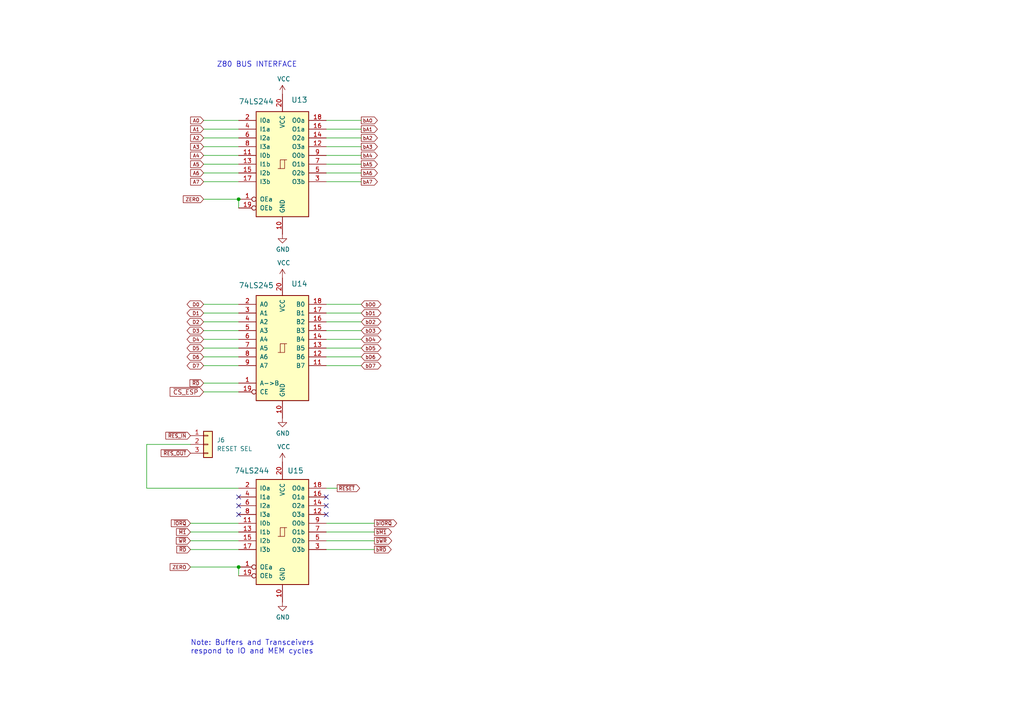
<source format=kicad_sch>
(kicad_sch (version 20211123) (generator eeschema)

  (uuid a150c93d-afbd-4852-9cea-e13a4c25a62b)

  (paper "A4")

  (title_block
    (title "Dual ESP32 IO")
    (date "2023-09-05")
    (rev "V1.2")
    (comment 1 "By Dan Werner, GAL modifications by Andrew Lynch")
  )

  (lib_symbols
    (symbol "74xx:74LS244" (pin_names (offset 1.016)) (in_bom yes) (on_board yes)
      (property "Reference" "U" (id 0) (at -7.62 16.51 0)
        (effects (font (size 1.27 1.27)))
      )
      (property "Value" "74LS244" (id 1) (at -7.62 -16.51 0)
        (effects (font (size 1.27 1.27)))
      )
      (property "Footprint" "" (id 2) (at 0 0 0)
        (effects (font (size 1.27 1.27)) hide)
      )
      (property "Datasheet" "http://www.ti.com/lit/ds/symlink/sn74ls244.pdf" (id 3) (at 0 0 0)
        (effects (font (size 1.27 1.27)) hide)
      )
      (property "ki_keywords" "7400 logic ttl low power schottky" (id 4) (at 0 0 0)
        (effects (font (size 1.27 1.27)) hide)
      )
      (property "ki_description" "Octal Buffer and Line Driver With 3-State Output, active-low enables, non-inverting outputs" (id 5) (at 0 0 0)
        (effects (font (size 1.27 1.27)) hide)
      )
      (property "ki_fp_filters" "DIP?20*" (id 6) (at 0 0 0)
        (effects (font (size 1.27 1.27)) hide)
      )
      (symbol "74LS244_1_0"
        (polyline
          (pts
            (xy -0.635 -1.27)
            (xy -0.635 1.27)
            (xy 0.635 1.27)
          )
          (stroke (width 0) (type default) (color 0 0 0 0))
          (fill (type none))
        )
        (polyline
          (pts
            (xy -1.27 -1.27)
            (xy 0.635 -1.27)
            (xy 0.635 1.27)
            (xy 1.27 1.27)
          )
          (stroke (width 0) (type default) (color 0 0 0 0))
          (fill (type none))
        )
        (pin input inverted (at -12.7 -10.16 0) (length 5.08)
          (name "OEa" (effects (font (size 1.27 1.27))))
          (number "1" (effects (font (size 1.27 1.27))))
        )
        (pin power_in line (at 0 -20.32 90) (length 5.08)
          (name "GND" (effects (font (size 1.27 1.27))))
          (number "10" (effects (font (size 1.27 1.27))))
        )
        (pin input line (at -12.7 2.54 0) (length 5.08)
          (name "I0b" (effects (font (size 1.27 1.27))))
          (number "11" (effects (font (size 1.27 1.27))))
        )
        (pin tri_state line (at 12.7 5.08 180) (length 5.08)
          (name "O3a" (effects (font (size 1.27 1.27))))
          (number "12" (effects (font (size 1.27 1.27))))
        )
        (pin input line (at -12.7 0 0) (length 5.08)
          (name "I1b" (effects (font (size 1.27 1.27))))
          (number "13" (effects (font (size 1.27 1.27))))
        )
        (pin tri_state line (at 12.7 7.62 180) (length 5.08)
          (name "O2a" (effects (font (size 1.27 1.27))))
          (number "14" (effects (font (size 1.27 1.27))))
        )
        (pin input line (at -12.7 -2.54 0) (length 5.08)
          (name "I2b" (effects (font (size 1.27 1.27))))
          (number "15" (effects (font (size 1.27 1.27))))
        )
        (pin tri_state line (at 12.7 10.16 180) (length 5.08)
          (name "O1a" (effects (font (size 1.27 1.27))))
          (number "16" (effects (font (size 1.27 1.27))))
        )
        (pin input line (at -12.7 -5.08 0) (length 5.08)
          (name "I3b" (effects (font (size 1.27 1.27))))
          (number "17" (effects (font (size 1.27 1.27))))
        )
        (pin tri_state line (at 12.7 12.7 180) (length 5.08)
          (name "O0a" (effects (font (size 1.27 1.27))))
          (number "18" (effects (font (size 1.27 1.27))))
        )
        (pin input inverted (at -12.7 -12.7 0) (length 5.08)
          (name "OEb" (effects (font (size 1.27 1.27))))
          (number "19" (effects (font (size 1.27 1.27))))
        )
        (pin input line (at -12.7 12.7 0) (length 5.08)
          (name "I0a" (effects (font (size 1.27 1.27))))
          (number "2" (effects (font (size 1.27 1.27))))
        )
        (pin power_in line (at 0 20.32 270) (length 5.08)
          (name "VCC" (effects (font (size 1.27 1.27))))
          (number "20" (effects (font (size 1.27 1.27))))
        )
        (pin tri_state line (at 12.7 -5.08 180) (length 5.08)
          (name "O3b" (effects (font (size 1.27 1.27))))
          (number "3" (effects (font (size 1.27 1.27))))
        )
        (pin input line (at -12.7 10.16 0) (length 5.08)
          (name "I1a" (effects (font (size 1.27 1.27))))
          (number "4" (effects (font (size 1.27 1.27))))
        )
        (pin tri_state line (at 12.7 -2.54 180) (length 5.08)
          (name "O2b" (effects (font (size 1.27 1.27))))
          (number "5" (effects (font (size 1.27 1.27))))
        )
        (pin input line (at -12.7 7.62 0) (length 5.08)
          (name "I2a" (effects (font (size 1.27 1.27))))
          (number "6" (effects (font (size 1.27 1.27))))
        )
        (pin tri_state line (at 12.7 0 180) (length 5.08)
          (name "O1b" (effects (font (size 1.27 1.27))))
          (number "7" (effects (font (size 1.27 1.27))))
        )
        (pin input line (at -12.7 5.08 0) (length 5.08)
          (name "I3a" (effects (font (size 1.27 1.27))))
          (number "8" (effects (font (size 1.27 1.27))))
        )
        (pin tri_state line (at 12.7 2.54 180) (length 5.08)
          (name "O0b" (effects (font (size 1.27 1.27))))
          (number "9" (effects (font (size 1.27 1.27))))
        )
      )
      (symbol "74LS244_1_1"
        (rectangle (start -7.62 15.24) (end 7.62 -15.24)
          (stroke (width 0.254) (type default) (color 0 0 0 0))
          (fill (type background))
        )
      )
    )
    (symbol "74xx:74LS245" (pin_names (offset 1.016)) (in_bom yes) (on_board yes)
      (property "Reference" "U" (id 0) (at -7.62 16.51 0)
        (effects (font (size 1.27 1.27)))
      )
      (property "Value" "74LS245" (id 1) (at -7.62 -16.51 0)
        (effects (font (size 1.27 1.27)))
      )
      (property "Footprint" "" (id 2) (at 0 0 0)
        (effects (font (size 1.27 1.27)) hide)
      )
      (property "Datasheet" "http://www.ti.com/lit/gpn/sn74LS245" (id 3) (at 0 0 0)
        (effects (font (size 1.27 1.27)) hide)
      )
      (property "ki_locked" "" (id 4) (at 0 0 0)
        (effects (font (size 1.27 1.27)))
      )
      (property "ki_keywords" "TTL BUS 3State" (id 5) (at 0 0 0)
        (effects (font (size 1.27 1.27)) hide)
      )
      (property "ki_description" "Octal BUS Transceivers, 3-State outputs" (id 6) (at 0 0 0)
        (effects (font (size 1.27 1.27)) hide)
      )
      (property "ki_fp_filters" "DIP?20*" (id 7) (at 0 0 0)
        (effects (font (size 1.27 1.27)) hide)
      )
      (symbol "74LS245_1_0"
        (polyline
          (pts
            (xy -0.635 -1.27)
            (xy -0.635 1.27)
            (xy 0.635 1.27)
          )
          (stroke (width 0) (type default) (color 0 0 0 0))
          (fill (type none))
        )
        (polyline
          (pts
            (xy -1.27 -1.27)
            (xy 0.635 -1.27)
            (xy 0.635 1.27)
            (xy 1.27 1.27)
          )
          (stroke (width 0) (type default) (color 0 0 0 0))
          (fill (type none))
        )
        (pin input line (at -12.7 -10.16 0) (length 5.08)
          (name "A->B" (effects (font (size 1.27 1.27))))
          (number "1" (effects (font (size 1.27 1.27))))
        )
        (pin power_in line (at 0 -20.32 90) (length 5.08)
          (name "GND" (effects (font (size 1.27 1.27))))
          (number "10" (effects (font (size 1.27 1.27))))
        )
        (pin tri_state line (at 12.7 -5.08 180) (length 5.08)
          (name "B7" (effects (font (size 1.27 1.27))))
          (number "11" (effects (font (size 1.27 1.27))))
        )
        (pin tri_state line (at 12.7 -2.54 180) (length 5.08)
          (name "B6" (effects (font (size 1.27 1.27))))
          (number "12" (effects (font (size 1.27 1.27))))
        )
        (pin tri_state line (at 12.7 0 180) (length 5.08)
          (name "B5" (effects (font (size 1.27 1.27))))
          (number "13" (effects (font (size 1.27 1.27))))
        )
        (pin tri_state line (at 12.7 2.54 180) (length 5.08)
          (name "B4" (effects (font (size 1.27 1.27))))
          (number "14" (effects (font (size 1.27 1.27))))
        )
        (pin tri_state line (at 12.7 5.08 180) (length 5.08)
          (name "B3" (effects (font (size 1.27 1.27))))
          (number "15" (effects (font (size 1.27 1.27))))
        )
        (pin tri_state line (at 12.7 7.62 180) (length 5.08)
          (name "B2" (effects (font (size 1.27 1.27))))
          (number "16" (effects (font (size 1.27 1.27))))
        )
        (pin tri_state line (at 12.7 10.16 180) (length 5.08)
          (name "B1" (effects (font (size 1.27 1.27))))
          (number "17" (effects (font (size 1.27 1.27))))
        )
        (pin tri_state line (at 12.7 12.7 180) (length 5.08)
          (name "B0" (effects (font (size 1.27 1.27))))
          (number "18" (effects (font (size 1.27 1.27))))
        )
        (pin input inverted (at -12.7 -12.7 0) (length 5.08)
          (name "CE" (effects (font (size 1.27 1.27))))
          (number "19" (effects (font (size 1.27 1.27))))
        )
        (pin tri_state line (at -12.7 12.7 0) (length 5.08)
          (name "A0" (effects (font (size 1.27 1.27))))
          (number "2" (effects (font (size 1.27 1.27))))
        )
        (pin power_in line (at 0 20.32 270) (length 5.08)
          (name "VCC" (effects (font (size 1.27 1.27))))
          (number "20" (effects (font (size 1.27 1.27))))
        )
        (pin tri_state line (at -12.7 10.16 0) (length 5.08)
          (name "A1" (effects (font (size 1.27 1.27))))
          (number "3" (effects (font (size 1.27 1.27))))
        )
        (pin tri_state line (at -12.7 7.62 0) (length 5.08)
          (name "A2" (effects (font (size 1.27 1.27))))
          (number "4" (effects (font (size 1.27 1.27))))
        )
        (pin tri_state line (at -12.7 5.08 0) (length 5.08)
          (name "A3" (effects (font (size 1.27 1.27))))
          (number "5" (effects (font (size 1.27 1.27))))
        )
        (pin tri_state line (at -12.7 2.54 0) (length 5.08)
          (name "A4" (effects (font (size 1.27 1.27))))
          (number "6" (effects (font (size 1.27 1.27))))
        )
        (pin tri_state line (at -12.7 0 0) (length 5.08)
          (name "A5" (effects (font (size 1.27 1.27))))
          (number "7" (effects (font (size 1.27 1.27))))
        )
        (pin tri_state line (at -12.7 -2.54 0) (length 5.08)
          (name "A6" (effects (font (size 1.27 1.27))))
          (number "8" (effects (font (size 1.27 1.27))))
        )
        (pin tri_state line (at -12.7 -5.08 0) (length 5.08)
          (name "A7" (effects (font (size 1.27 1.27))))
          (number "9" (effects (font (size 1.27 1.27))))
        )
      )
      (symbol "74LS245_1_1"
        (rectangle (start -7.62 15.24) (end 7.62 -15.24)
          (stroke (width 0.254) (type default) (color 0 0 0 0))
          (fill (type background))
        )
      )
    )
    (symbol "Connector_Generic:Conn_01x03" (pin_names (offset 1.016) hide) (in_bom yes) (on_board yes)
      (property "Reference" "J" (id 0) (at 0 5.08 0)
        (effects (font (size 1.27 1.27)))
      )
      (property "Value" "Conn_01x03" (id 1) (at 0 -5.08 0)
        (effects (font (size 1.27 1.27)))
      )
      (property "Footprint" "" (id 2) (at 0 0 0)
        (effects (font (size 1.27 1.27)) hide)
      )
      (property "Datasheet" "~" (id 3) (at 0 0 0)
        (effects (font (size 1.27 1.27)) hide)
      )
      (property "ki_keywords" "connector" (id 4) (at 0 0 0)
        (effects (font (size 1.27 1.27)) hide)
      )
      (property "ki_description" "Generic connector, single row, 01x03, script generated (kicad-library-utils/schlib/autogen/connector/)" (id 5) (at 0 0 0)
        (effects (font (size 1.27 1.27)) hide)
      )
      (property "ki_fp_filters" "Connector*:*_1x??_*" (id 6) (at 0 0 0)
        (effects (font (size 1.27 1.27)) hide)
      )
      (symbol "Conn_01x03_1_1"
        (rectangle (start -1.27 -2.413) (end 0 -2.667)
          (stroke (width 0.1524) (type default) (color 0 0 0 0))
          (fill (type none))
        )
        (rectangle (start -1.27 0.127) (end 0 -0.127)
          (stroke (width 0.1524) (type default) (color 0 0 0 0))
          (fill (type none))
        )
        (rectangle (start -1.27 2.667) (end 0 2.413)
          (stroke (width 0.1524) (type default) (color 0 0 0 0))
          (fill (type none))
        )
        (rectangle (start -1.27 3.81) (end 1.27 -3.81)
          (stroke (width 0.254) (type default) (color 0 0 0 0))
          (fill (type background))
        )
        (pin passive line (at -5.08 2.54 0) (length 3.81)
          (name "Pin_1" (effects (font (size 1.27 1.27))))
          (number "1" (effects (font (size 1.27 1.27))))
        )
        (pin passive line (at -5.08 0 0) (length 3.81)
          (name "Pin_2" (effects (font (size 1.27 1.27))))
          (number "2" (effects (font (size 1.27 1.27))))
        )
        (pin passive line (at -5.08 -2.54 0) (length 3.81)
          (name "Pin_3" (effects (font (size 1.27 1.27))))
          (number "3" (effects (font (size 1.27 1.27))))
        )
      )
    )
    (symbol "power:GND" (power) (pin_names (offset 0)) (in_bom yes) (on_board yes)
      (property "Reference" "#PWR" (id 0) (at 0 -6.35 0)
        (effects (font (size 1.27 1.27)) hide)
      )
      (property "Value" "GND" (id 1) (at 0 -3.81 0)
        (effects (font (size 1.27 1.27)))
      )
      (property "Footprint" "" (id 2) (at 0 0 0)
        (effects (font (size 1.27 1.27)) hide)
      )
      (property "Datasheet" "" (id 3) (at 0 0 0)
        (effects (font (size 1.27 1.27)) hide)
      )
      (property "ki_keywords" "global power" (id 4) (at 0 0 0)
        (effects (font (size 1.27 1.27)) hide)
      )
      (property "ki_description" "Power symbol creates a global label with name \"GND\" , ground" (id 5) (at 0 0 0)
        (effects (font (size 1.27 1.27)) hide)
      )
      (symbol "GND_0_1"
        (polyline
          (pts
            (xy 0 0)
            (xy 0 -1.27)
            (xy 1.27 -1.27)
            (xy 0 -2.54)
            (xy -1.27 -1.27)
            (xy 0 -1.27)
          )
          (stroke (width 0) (type default) (color 0 0 0 0))
          (fill (type none))
        )
      )
      (symbol "GND_1_1"
        (pin power_in line (at 0 0 270) (length 0) hide
          (name "GND" (effects (font (size 1.27 1.27))))
          (number "1" (effects (font (size 1.27 1.27))))
        )
      )
    )
    (symbol "power:VCC" (power) (pin_names (offset 0)) (in_bom yes) (on_board yes)
      (property "Reference" "#PWR" (id 0) (at 0 -3.81 0)
        (effects (font (size 1.27 1.27)) hide)
      )
      (property "Value" "VCC" (id 1) (at 0 3.81 0)
        (effects (font (size 1.27 1.27)))
      )
      (property "Footprint" "" (id 2) (at 0 0 0)
        (effects (font (size 1.27 1.27)) hide)
      )
      (property "Datasheet" "" (id 3) (at 0 0 0)
        (effects (font (size 1.27 1.27)) hide)
      )
      (property "ki_keywords" "global power" (id 4) (at 0 0 0)
        (effects (font (size 1.27 1.27)) hide)
      )
      (property "ki_description" "Power symbol creates a global label with name \"VCC\"" (id 5) (at 0 0 0)
        (effects (font (size 1.27 1.27)) hide)
      )
      (symbol "VCC_0_1"
        (polyline
          (pts
            (xy -0.762 1.27)
            (xy 0 2.54)
          )
          (stroke (width 0) (type default) (color 0 0 0 0))
          (fill (type none))
        )
        (polyline
          (pts
            (xy 0 0)
            (xy 0 2.54)
          )
          (stroke (width 0) (type default) (color 0 0 0 0))
          (fill (type none))
        )
        (polyline
          (pts
            (xy 0 2.54)
            (xy 0.762 1.27)
          )
          (stroke (width 0) (type default) (color 0 0 0 0))
          (fill (type none))
        )
      )
      (symbol "VCC_1_1"
        (pin power_in line (at 0 0 90) (length 0) hide
          (name "VCC" (effects (font (size 1.27 1.27))))
          (number "1" (effects (font (size 1.27 1.27))))
        )
      )
    )
  )

  (junction (at 69.215 57.785) (diameter 0) (color 0 0 0 0)
    (uuid 940ecbae-56d6-43be-8053-23b20d9f8307)
  )
  (junction (at 69.215 164.465) (diameter 0) (color 0 0 0 0)
    (uuid ec194f54-52c3-410c-adb7-eb6317f36d10)
  )

  (no_connect (at 94.615 144.145) (uuid 1e813506-8a47-48dd-8c56-021e0c65116f))
  (no_connect (at 69.215 146.685) (uuid 22b4b00b-ed94-472c-b695-8fe0881b7beb))
  (no_connect (at 69.215 144.145) (uuid 478bec85-6bae-4eaf-a118-d1c2b7e44f59))
  (no_connect (at 94.615 146.685) (uuid 70b9b17f-0e4f-47c4-953e-a89e7536e39d))
  (no_connect (at 69.215 149.225) (uuid 9e6fde63-8e09-45f1-b957-0dc012a73bca))
  (no_connect (at 94.615 149.225) (uuid a19a2a7d-0ad0-425f-a894-563be7efa4cf))

  (wire (pts (xy 59.055 95.885) (xy 69.215 95.885))
    (stroke (width 0) (type default) (color 0 0 0 0))
    (uuid 00e6a4d1-1a5b-4715-9aba-0e0e78758e50)
  )
  (wire (pts (xy 59.055 111.125) (xy 69.215 111.125))
    (stroke (width 0) (type default) (color 0 0 0 0))
    (uuid 0349af71-4bdb-4361-817c-4cca9a5c1dea)
  )
  (wire (pts (xy 94.615 93.345) (xy 104.775 93.345))
    (stroke (width 0) (type default) (color 0 0 0 0))
    (uuid 056d8058-35b3-4164-b497-544349fce931)
  )
  (wire (pts (xy 59.055 100.965) (xy 69.215 100.965))
    (stroke (width 0) (type default) (color 0 0 0 0))
    (uuid 086f8617-a8ca-4db2-bc43-6d2872b93708)
  )
  (wire (pts (xy 59.055 42.545) (xy 69.215 42.545))
    (stroke (width 0) (type default) (color 0 0 0 0))
    (uuid 0bcad565-3dca-4339-8b00-6b753e2b1349)
  )
  (wire (pts (xy 94.615 103.505) (xy 104.775 103.505))
    (stroke (width 0) (type default) (color 0 0 0 0))
    (uuid 12d6d711-04ca-40f6-b37c-011b20484cd4)
  )
  (wire (pts (xy 59.055 37.465) (xy 69.215 37.465))
    (stroke (width 0) (type default) (color 0 0 0 0))
    (uuid 14453834-a95d-411f-9dd2-625110d76890)
  )
  (wire (pts (xy 94.615 156.845) (xy 108.585 156.845))
    (stroke (width 0) (type default) (color 0 0 0 0))
    (uuid 1d5f805e-fb24-491f-8a87-b1f7d0d524ba)
  )
  (wire (pts (xy 94.615 95.885) (xy 104.775 95.885))
    (stroke (width 0) (type default) (color 0 0 0 0))
    (uuid 25465bf9-cecb-4425-80da-f0d1cac350f4)
  )
  (wire (pts (xy 94.615 40.005) (xy 104.775 40.005))
    (stroke (width 0) (type default) (color 0 0 0 0))
    (uuid 2651d484-aabf-47c2-a4eb-1607ac181aba)
  )
  (wire (pts (xy 42.545 128.905) (xy 42.545 141.605))
    (stroke (width 0) (type default) (color 0 0 0 0))
    (uuid 2903c6b9-a512-47ea-9ccb-39b2191eb00d)
  )
  (wire (pts (xy 94.615 42.545) (xy 104.775 42.545))
    (stroke (width 0) (type default) (color 0 0 0 0))
    (uuid 2eae0a6b-7e31-4805-bccb-054f6e9e39e7)
  )
  (wire (pts (xy 94.615 154.305) (xy 108.585 154.305))
    (stroke (width 0) (type default) (color 0 0 0 0))
    (uuid 32a254b8-8b9a-4dbe-a700-f7820f00497e)
  )
  (wire (pts (xy 94.615 100.965) (xy 104.775 100.965))
    (stroke (width 0) (type default) (color 0 0 0 0))
    (uuid 3704d750-d87f-4721-8488-0eb12edb6b55)
  )
  (wire (pts (xy 69.215 60.325) (xy 69.215 57.785))
    (stroke (width 0) (type default) (color 0 0 0 0))
    (uuid 3b1b18ae-e291-4083-9d40-22ae378ffbad)
  )
  (wire (pts (xy 94.615 159.385) (xy 108.585 159.385))
    (stroke (width 0) (type default) (color 0 0 0 0))
    (uuid 3f9e326f-d1e8-4e9c-8815-8351df03f903)
  )
  (wire (pts (xy 59.055 88.265) (xy 69.215 88.265))
    (stroke (width 0) (type default) (color 0 0 0 0))
    (uuid 4dc5bea0-b6f4-4aec-b3c0-0428765634a9)
  )
  (wire (pts (xy 59.055 50.165) (xy 69.215 50.165))
    (stroke (width 0) (type default) (color 0 0 0 0))
    (uuid 4f779b8f-e3c7-4096-a688-3ea29bc96416)
  )
  (wire (pts (xy 59.055 45.085) (xy 69.215 45.085))
    (stroke (width 0) (type default) (color 0 0 0 0))
    (uuid 59b8bebe-4f7f-47c1-afd7-4e313ef5dc38)
  )
  (wire (pts (xy 94.615 52.705) (xy 104.775 52.705))
    (stroke (width 0) (type default) (color 0 0 0 0))
    (uuid 690c65b4-1414-41f1-a266-bd6b90a8b1eb)
  )
  (wire (pts (xy 94.615 141.605) (xy 97.79 141.605))
    (stroke (width 0) (type default) (color 0 0 0 0))
    (uuid 70581582-2def-41bd-bfe1-5d91505debcb)
  )
  (wire (pts (xy 94.615 45.085) (xy 104.775 45.085))
    (stroke (width 0) (type default) (color 0 0 0 0))
    (uuid 75315fb5-3cb6-41e0-8d1b-3add3e8c3c05)
  )
  (wire (pts (xy 55.245 159.385) (xy 69.215 159.385))
    (stroke (width 0) (type default) (color 0 0 0 0))
    (uuid 82149f68-34db-474c-aab8-9c22c4d74e01)
  )
  (wire (pts (xy 59.055 90.805) (xy 69.215 90.805))
    (stroke (width 0) (type default) (color 0 0 0 0))
    (uuid 84530fc4-c751-400a-8ad5-157ee383dda2)
  )
  (wire (pts (xy 94.615 90.805) (xy 104.775 90.805))
    (stroke (width 0) (type default) (color 0 0 0 0))
    (uuid 90658f5f-1248-4b8a-a037-05e7b7c35da3)
  )
  (wire (pts (xy 94.615 34.925) (xy 104.775 34.925))
    (stroke (width 0) (type default) (color 0 0 0 0))
    (uuid 90c5b347-dbfb-4cfe-9d75-d19f62bc480d)
  )
  (wire (pts (xy 59.055 47.625) (xy 69.215 47.625))
    (stroke (width 0) (type default) (color 0 0 0 0))
    (uuid 91f1575d-c610-4222-b631-1068df39e25f)
  )
  (wire (pts (xy 55.245 151.765) (xy 69.215 151.765))
    (stroke (width 0) (type default) (color 0 0 0 0))
    (uuid 922ebf9e-ecf8-4b1b-976a-63b26ef50a4e)
  )
  (wire (pts (xy 94.615 151.765) (xy 108.585 151.765))
    (stroke (width 0) (type default) (color 0 0 0 0))
    (uuid 9f51d47f-521e-4106-abd8-c5e212cac679)
  )
  (wire (pts (xy 59.055 57.785) (xy 69.215 57.785))
    (stroke (width 0) (type default) (color 0 0 0 0))
    (uuid a1acd90c-0501-4f75-adc5-9af7178ae728)
  )
  (wire (pts (xy 94.615 88.265) (xy 104.775 88.265))
    (stroke (width 0) (type default) (color 0 0 0 0))
    (uuid a37fc483-8e39-487e-94b1-8ca080645cf5)
  )
  (wire (pts (xy 59.055 98.425) (xy 69.215 98.425))
    (stroke (width 0) (type default) (color 0 0 0 0))
    (uuid b0627e0d-f87a-4562-b48a-f9025fceedf6)
  )
  (wire (pts (xy 94.615 106.045) (xy 104.775 106.045))
    (stroke (width 0) (type default) (color 0 0 0 0))
    (uuid b077f8e9-e514-42de-a040-c6742146ac0e)
  )
  (wire (pts (xy 59.055 93.345) (xy 69.215 93.345))
    (stroke (width 0) (type default) (color 0 0 0 0))
    (uuid b5686a9d-9a6a-446d-bc85-aad013b9b513)
  )
  (wire (pts (xy 94.615 50.165) (xy 104.775 50.165))
    (stroke (width 0) (type default) (color 0 0 0 0))
    (uuid b6eef278-942e-4121-a2d9-c5b1de9f8f60)
  )
  (wire (pts (xy 94.615 37.465) (xy 104.775 37.465))
    (stroke (width 0) (type default) (color 0 0 0 0))
    (uuid badb036e-da75-4b20-8d7f-d187b5cf0f21)
  )
  (wire (pts (xy 59.055 106.045) (xy 69.215 106.045))
    (stroke (width 0) (type default) (color 0 0 0 0))
    (uuid bbd14609-6d0b-4cfc-a380-4d607517a7e2)
  )
  (wire (pts (xy 55.245 154.305) (xy 69.215 154.305))
    (stroke (width 0) (type default) (color 0 0 0 0))
    (uuid bc231d5c-7aeb-4f9d-aba8-eee1aee56a88)
  )
  (wire (pts (xy 42.545 141.605) (xy 69.215 141.605))
    (stroke (width 0) (type default) (color 0 0 0 0))
    (uuid c025c3f0-2f7d-4014-8d1a-4890db3a0f3f)
  )
  (wire (pts (xy 94.615 47.625) (xy 104.775 47.625))
    (stroke (width 0) (type default) (color 0 0 0 0))
    (uuid c061b02c-5c86-48e7-8364-7d70932b6e9c)
  )
  (wire (pts (xy 69.215 164.465) (xy 69.215 167.005))
    (stroke (width 0) (type default) (color 0 0 0 0))
    (uuid c5eccda0-d169-4b07-8e42-0a7247256219)
  )
  (wire (pts (xy 94.615 98.425) (xy 104.775 98.425))
    (stroke (width 0) (type default) (color 0 0 0 0))
    (uuid ca75b9a8-88ff-4cca-9136-1a44f7ee082d)
  )
  (wire (pts (xy 55.245 156.845) (xy 69.215 156.845))
    (stroke (width 0) (type default) (color 0 0 0 0))
    (uuid cd76de0e-280d-4e66-88eb-98ea543ba834)
  )
  (wire (pts (xy 59.055 40.005) (xy 69.215 40.005))
    (stroke (width 0) (type default) (color 0 0 0 0))
    (uuid d17d395c-becd-479c-8d8b-e94bfeeaf8ea)
  )
  (wire (pts (xy 59.055 113.665) (xy 69.215 113.665))
    (stroke (width 0) (type default) (color 0 0 0 0))
    (uuid d78352b5-d2d4-44ce-8683-3d0a7a59dac3)
  )
  (wire (pts (xy 55.245 164.465) (xy 69.215 164.465))
    (stroke (width 0) (type default) (color 0 0 0 0))
    (uuid ddfc1309-c57b-4465-bb92-a9a9533aefeb)
  )
  (wire (pts (xy 42.545 128.905) (xy 55.245 128.905))
    (stroke (width 0) (type default) (color 0 0 0 0))
    (uuid e4194271-eb6f-4906-9a3a-cc6d8e4b69c8)
  )
  (wire (pts (xy 59.055 34.925) (xy 69.215 34.925))
    (stroke (width 0) (type default) (color 0 0 0 0))
    (uuid ec0462c5-1dd8-4936-ae19-99ddb33cecfe)
  )
  (wire (pts (xy 59.055 103.505) (xy 69.215 103.505))
    (stroke (width 0) (type default) (color 0 0 0 0))
    (uuid f117fe2d-8636-49f8-bdf9-c5176210e1b6)
  )
  (wire (pts (xy 59.055 52.705) (xy 69.215 52.705))
    (stroke (width 0) (type default) (color 0 0 0 0))
    (uuid fe5f627e-fadf-4dc9-916b-3f41e469023c)
  )

  (text "Note: Buffers and Transceivers\nrespond to IO and MEM cycles"
    (at 55.245 189.865 0)
    (effects (font (size 1.524 1.524)) (justify left bottom))
    (uuid 7d58ba94-16ca-49f1-8fdd-777b187129b7)
  )
  (text "Z80 BUS INTERFACE" (at 62.865 19.685 0)
    (effects (font (size 1.524 1.524)) (justify left bottom))
    (uuid 9d75f061-443d-46b6-a459-74518429f6a9)
  )

  (global_label "A5" (shape input) (at 59.055 47.625 180) (fields_autoplaced)
    (effects (font (size 1.016 1.016)) (justify right))
    (uuid 0394e9be-8079-4eb5-8c47-c6326653c2a0)
    (property "Intersheet References" "${INTERSHEET_REFS}" (id 0) (at -98.425 -15.875 0)
      (effects (font (size 1.27 1.27)) hide)
    )
  )
  (global_label "~{RES_IN}" (shape input) (at 55.245 126.365 180) (fields_autoplaced)
    (effects (font (size 1.016 1.016)) (justify right))
    (uuid 163266a6-7cf7-4940-8453-b68421cce376)
    (property "Intersheet References" "${INTERSHEET_REFS}" (id 0) (at 48.1606 126.3015 0)
      (effects (font (size 1.016 1.016)) (justify right) hide)
    )
  )
  (global_label "~{RD}" (shape input) (at 55.245 159.385 180) (fields_autoplaced)
    (effects (font (size 1.016 1.016)) (justify right))
    (uuid 196ffa4a-a1d9-48d2-81d2-deff863d49bd)
    (property "Intersheet References" "${INTERSHEET_REFS}" (id 0) (at -98.425 -15.875 0)
      (effects (font (size 1.27 1.27)) hide)
    )
  )
  (global_label "bD3" (shape bidirectional) (at 104.775 95.885 0) (fields_autoplaced)
    (effects (font (size 1.016 1.016)) (justify left))
    (uuid 1dac1ab3-34a9-4d67-98eb-a4ef3f0c130b)
    (property "Intersheet References" "${INTERSHEET_REFS}" (id 0) (at -98.425 -15.875 0)
      (effects (font (size 1.27 1.27)) hide)
    )
  )
  (global_label "D7" (shape bidirectional) (at 59.055 106.045 180) (fields_autoplaced)
    (effects (font (size 1.016 1.016)) (justify right))
    (uuid 1ed6a73f-c40f-4dbe-bf2d-bbb81891db93)
    (property "Intersheet References" "${INTERSHEET_REFS}" (id 0) (at -98.425 -15.875 0)
      (effects (font (size 1.27 1.27)) hide)
    )
  )
  (global_label "~{WR}" (shape input) (at 55.245 156.845 180) (fields_autoplaced)
    (effects (font (size 1.016 1.016)) (justify right))
    (uuid 21b680f7-6cc4-4a27-97a1-653cef7b0c9a)
    (property "Intersheet References" "${INTERSHEET_REFS}" (id 0) (at -98.425 -15.875 0)
      (effects (font (size 1.27 1.27)) hide)
    )
  )
  (global_label "bA4" (shape output) (at 104.775 45.085 0) (fields_autoplaced)
    (effects (font (size 1.016 1.016)) (justify left))
    (uuid 21cc4b9c-b5e1-4008-a6c5-3eb7b879761f)
    (property "Intersheet References" "${INTERSHEET_REFS}" (id 0) (at -98.425 -15.875 0)
      (effects (font (size 1.27 1.27)) hide)
    )
  )
  (global_label "D2" (shape bidirectional) (at 59.055 93.345 180) (fields_autoplaced)
    (effects (font (size 1.016 1.016)) (justify right))
    (uuid 2526f020-3981-42e1-949b-c37ce882fb0c)
    (property "Intersheet References" "${INTERSHEET_REFS}" (id 0) (at -98.425 -15.875 0)
      (effects (font (size 1.27 1.27)) hide)
    )
  )
  (global_label "~{bIORQ}" (shape output) (at 108.585 151.765 0) (fields_autoplaced)
    (effects (font (size 1.016 1.016)) (justify left))
    (uuid 2a177595-9fbb-4d64-83be-08ad19f8558f)
    (property "Intersheet References" "${INTERSHEET_REFS}" (id 0) (at -98.425 -15.875 0)
      (effects (font (size 1.27 1.27)) hide)
    )
  )
  (global_label "A1" (shape input) (at 59.055 37.465 180) (fields_autoplaced)
    (effects (font (size 1.016 1.016)) (justify right))
    (uuid 2f183afd-c34e-4f41-927b-2b832f6c05b4)
    (property "Intersheet References" "${INTERSHEET_REFS}" (id 0) (at -98.425 -15.875 0)
      (effects (font (size 1.27 1.27)) hide)
    )
  )
  (global_label "bA5" (shape output) (at 104.775 47.625 0) (fields_autoplaced)
    (effects (font (size 1.016 1.016)) (justify left))
    (uuid 2f9f7341-0703-488b-905a-3319cefa1d18)
    (property "Intersheet References" "${INTERSHEET_REFS}" (id 0) (at -98.425 -15.875 0)
      (effects (font (size 1.27 1.27)) hide)
    )
  )
  (global_label "bA2" (shape output) (at 104.775 40.005 0) (fields_autoplaced)
    (effects (font (size 1.016 1.016)) (justify left))
    (uuid 34e7d336-ed70-4d1e-951f-f732f792331e)
    (property "Intersheet References" "${INTERSHEET_REFS}" (id 0) (at -98.425 -15.875 0)
      (effects (font (size 1.27 1.27)) hide)
    )
  )
  (global_label "bA1" (shape output) (at 104.775 37.465 0) (fields_autoplaced)
    (effects (font (size 1.016 1.016)) (justify left))
    (uuid 3a5f4520-58dd-421a-af27-2e3a0f0d4c34)
    (property "Intersheet References" "${INTERSHEET_REFS}" (id 0) (at -98.425 -15.875 0)
      (effects (font (size 1.27 1.27)) hide)
    )
  )
  (global_label "bA7" (shape output) (at 104.775 52.705 0) (fields_autoplaced)
    (effects (font (size 1.016 1.016)) (justify left))
    (uuid 3fe3eeb9-91cf-4502-a978-5e80670230a3)
    (property "Intersheet References" "${INTERSHEET_REFS}" (id 0) (at -98.425 -15.875 0)
      (effects (font (size 1.27 1.27)) hide)
    )
  )
  (global_label "ZERO" (shape input) (at 59.055 57.785 180) (fields_autoplaced)
    (effects (font (size 1.016 1.016)) (justify right))
    (uuid 4b0d6a7a-d52e-48ed-9e02-2d7c3e6fa4e9)
    (property "Intersheet References" "${INTERSHEET_REFS}" (id 0) (at -98.425 -15.875 0)
      (effects (font (size 1.27 1.27)) hide)
    )
  )
  (global_label "bA6" (shape output) (at 104.775 50.165 0) (fields_autoplaced)
    (effects (font (size 1.016 1.016)) (justify left))
    (uuid 5353821d-11b5-4411-8ff1-3ee070cc6642)
    (property "Intersheet References" "${INTERSHEET_REFS}" (id 0) (at -98.425 -15.875 0)
      (effects (font (size 1.27 1.27)) hide)
    )
  )
  (global_label "A2" (shape input) (at 59.055 40.005 180) (fields_autoplaced)
    (effects (font (size 1.016 1.016)) (justify right))
    (uuid 536d8d2a-8f9d-45d2-9313-47aaecc7cde2)
    (property "Intersheet References" "${INTERSHEET_REFS}" (id 0) (at -98.425 -15.875 0)
      (effects (font (size 1.27 1.27)) hide)
    )
  )
  (global_label "A4" (shape input) (at 59.055 45.085 180) (fields_autoplaced)
    (effects (font (size 1.016 1.016)) (justify right))
    (uuid 545916b2-5fd6-4c21-8ec6-e1f824830f2a)
    (property "Intersheet References" "${INTERSHEET_REFS}" (id 0) (at -98.425 -15.875 0)
      (effects (font (size 1.27 1.27)) hide)
    )
  )
  (global_label "bD4" (shape bidirectional) (at 104.775 98.425 0) (fields_autoplaced)
    (effects (font (size 1.016 1.016)) (justify left))
    (uuid 54aedb56-2eb1-4d07-b812-678461f0bc74)
    (property "Intersheet References" "${INTERSHEET_REFS}" (id 0) (at -98.425 -15.875 0)
      (effects (font (size 1.27 1.27)) hide)
    )
  )
  (global_label "~{bM1}" (shape output) (at 108.585 154.305 0) (fields_autoplaced)
    (effects (font (size 1.016 1.016)) (justify left))
    (uuid 55f07774-d02d-416e-bab8-26c5ad3875de)
    (property "Intersheet References" "${INTERSHEET_REFS}" (id 0) (at -98.425 -15.875 0)
      (effects (font (size 1.27 1.27)) hide)
    )
  )
  (global_label "~{RD}" (shape input) (at 59.055 111.125 180) (fields_autoplaced)
    (effects (font (size 1.016 1.016)) (justify right))
    (uuid 587f634e-edf5-4120-a89b-505f2d7433c9)
    (property "Intersheet References" "${INTERSHEET_REFS}" (id 0) (at -98.425 -15.875 0)
      (effects (font (size 1.27 1.27)) hide)
    )
  )
  (global_label "~{IORQ}" (shape input) (at 55.245 151.765 180) (fields_autoplaced)
    (effects (font (size 1.016 1.016)) (justify right))
    (uuid 5c3d9ad4-6a30-4230-8b1d-dee5220d7c4c)
    (property "Intersheet References" "${INTERSHEET_REFS}" (id 0) (at -98.425 -15.875 0)
      (effects (font (size 1.27 1.27)) hide)
    )
  )
  (global_label "bD5" (shape bidirectional) (at 104.775 100.965 0) (fields_autoplaced)
    (effects (font (size 1.016 1.016)) (justify left))
    (uuid 60779d84-1f3c-435a-8de5-a3918909fd68)
    (property "Intersheet References" "${INTERSHEET_REFS}" (id 0) (at -98.425 -15.875 0)
      (effects (font (size 1.27 1.27)) hide)
    )
  )
  (global_label "bA0" (shape output) (at 104.775 34.925 0) (fields_autoplaced)
    (effects (font (size 1.016 1.016)) (justify left))
    (uuid 65dfde8c-72bf-4a1d-b96c-4bf6b606844f)
    (property "Intersheet References" "${INTERSHEET_REFS}" (id 0) (at -98.425 -15.875 0)
      (effects (font (size 1.27 1.27)) hide)
    )
  )
  (global_label "~{RES_OUT}" (shape input) (at 55.245 131.445 180) (fields_autoplaced)
    (effects (font (size 1.016 1.016)) (justify right))
    (uuid 6a187f43-8ba3-419c-a65b-597ee15317b8)
    (property "Intersheet References" "${INTERSHEET_REFS}" (id 0) (at -205.105 36.195 0)
      (effects (font (size 1.27 1.27)) hide)
    )
  )
  (global_label "~{bWR}" (shape output) (at 108.585 156.845 0) (fields_autoplaced)
    (effects (font (size 1.016 1.016)) (justify left))
    (uuid 6bdbf405-4718-4aea-8649-c5f66babc15f)
    (property "Intersheet References" "${INTERSHEET_REFS}" (id 0) (at 113.5407 156.7815 0)
      (effects (font (size 1.016 1.016)) (justify left) hide)
    )
  )
  (global_label "A6" (shape input) (at 59.055 50.165 180) (fields_autoplaced)
    (effects (font (size 1.016 1.016)) (justify right))
    (uuid 70423b99-7c63-4c50-a5f7-a53c0b12a828)
    (property "Intersheet References" "${INTERSHEET_REFS}" (id 0) (at -98.425 -15.875 0)
      (effects (font (size 1.27 1.27)) hide)
    )
  )
  (global_label "bD0" (shape bidirectional) (at 104.775 88.265 0) (fields_autoplaced)
    (effects (font (size 1.016 1.016)) (justify left))
    (uuid 766b7e50-0c7a-4d0e-a50d-46a6fc6c3fa6)
    (property "Intersheet References" "${INTERSHEET_REFS}" (id 0) (at -98.425 -15.875 0)
      (effects (font (size 1.27 1.27)) hide)
    )
  )
  (global_label "D6" (shape bidirectional) (at 59.055 103.505 180) (fields_autoplaced)
    (effects (font (size 1.016 1.016)) (justify right))
    (uuid 820801bc-55d2-4682-8371-31c0009fea88)
    (property "Intersheet References" "${INTERSHEET_REFS}" (id 0) (at -98.425 -15.875 0)
      (effects (font (size 1.27 1.27)) hide)
    )
  )
  (global_label "~{M1}" (shape input) (at 55.245 154.305 180) (fields_autoplaced)
    (effects (font (size 1.016 1.016)) (justify right))
    (uuid 846f7d80-1d9e-4c3a-8876-33b6afa6015e)
    (property "Intersheet References" "${INTERSHEET_REFS}" (id 0) (at -98.425 -15.875 0)
      (effects (font (size 1.27 1.27)) hide)
    )
  )
  (global_label "bD6" (shape bidirectional) (at 104.775 103.505 0) (fields_autoplaced)
    (effects (font (size 1.016 1.016)) (justify left))
    (uuid 88edce7c-d3f2-4bde-898f-a3201862c866)
    (property "Intersheet References" "${INTERSHEET_REFS}" (id 0) (at -98.425 -15.875 0)
      (effects (font (size 1.27 1.27)) hide)
    )
  )
  (global_label "A0" (shape input) (at 59.055 34.925 180) (fields_autoplaced)
    (effects (font (size 1.016 1.016)) (justify right))
    (uuid 95c46391-8b89-4bde-9cd3-1faf5a70aebc)
    (property "Intersheet References" "${INTERSHEET_REFS}" (id 0) (at -98.425 -15.875 0)
      (effects (font (size 1.27 1.27)) hide)
    )
  )
  (global_label "D4" (shape bidirectional) (at 59.055 98.425 180) (fields_autoplaced)
    (effects (font (size 1.016 1.016)) (justify right))
    (uuid 966e1390-2fcf-4bb0-bbe8-3dcbbed80c69)
    (property "Intersheet References" "${INTERSHEET_REFS}" (id 0) (at -98.425 -15.875 0)
      (effects (font (size 1.27 1.27)) hide)
    )
  )
  (global_label "ZERO" (shape input) (at 55.245 164.465 180) (fields_autoplaced)
    (effects (font (size 1.016 1.016)) (justify right))
    (uuid 96a26ec2-8cee-41b3-9797-5da89b22d056)
    (property "Intersheet References" "${INTERSHEET_REFS}" (id 0) (at -98.425 -15.875 0)
      (effects (font (size 1.27 1.27)) hide)
    )
  )
  (global_label "A7" (shape input) (at 59.055 52.705 180) (fields_autoplaced)
    (effects (font (size 1.016 1.016)) (justify right))
    (uuid 993fff49-3bfa-41aa-b609-b1dfbae32907)
    (property "Intersheet References" "${INTERSHEET_REFS}" (id 0) (at -98.425 -15.875 0)
      (effects (font (size 1.27 1.27)) hide)
    )
  )
  (global_label "D1" (shape bidirectional) (at 59.055 90.805 180) (fields_autoplaced)
    (effects (font (size 1.016 1.016)) (justify right))
    (uuid a087f6ee-4aab-440a-b539-aca2a44facf1)
    (property "Intersheet References" "${INTERSHEET_REFS}" (id 0) (at -98.425 -15.875 0)
      (effects (font (size 1.27 1.27)) hide)
    )
  )
  (global_label "D0" (shape bidirectional) (at 59.055 88.265 180) (fields_autoplaced)
    (effects (font (size 1.016 1.016)) (justify right))
    (uuid a236f76f-15d5-459d-9426-293a597fa2a1)
    (property "Intersheet References" "${INTERSHEET_REFS}" (id 0) (at -98.425 -15.875 0)
      (effects (font (size 1.27 1.27)) hide)
    )
  )
  (global_label "A3" (shape input) (at 59.055 42.545 180) (fields_autoplaced)
    (effects (font (size 1.016 1.016)) (justify right))
    (uuid a85fb600-d985-48ec-9844-ea4391fa62cb)
    (property "Intersheet References" "${INTERSHEET_REFS}" (id 0) (at -98.425 -15.875 0)
      (effects (font (size 1.27 1.27)) hide)
    )
  )
  (global_label "D3" (shape bidirectional) (at 59.055 95.885 180) (fields_autoplaced)
    (effects (font (size 1.016 1.016)) (justify right))
    (uuid a9008b47-f5a8-4b3e-980f-2c600f759a11)
    (property "Intersheet References" "${INTERSHEET_REFS}" (id 0) (at -98.425 -15.875 0)
      (effects (font (size 1.27 1.27)) hide)
    )
  )
  (global_label "bD7" (shape bidirectional) (at 104.775 106.045 0) (fields_autoplaced)
    (effects (font (size 1.016 1.016)) (justify left))
    (uuid d211bad5-5d20-4be5-b919-98cda2d1e842)
    (property "Intersheet References" "${INTERSHEET_REFS}" (id 0) (at -98.425 -15.875 0)
      (effects (font (size 1.27 1.27)) hide)
    )
  )
  (global_label "bD2" (shape bidirectional) (at 104.775 93.345 0) (fields_autoplaced)
    (effects (font (size 1.016 1.016)) (justify left))
    (uuid d73388dc-4359-4624-afba-813d3d28c858)
    (property "Intersheet References" "${INTERSHEET_REFS}" (id 0) (at -98.425 -15.875 0)
      (effects (font (size 1.27 1.27)) hide)
    )
  )
  (global_label "bD1" (shape bidirectional) (at 104.775 90.805 0) (fields_autoplaced)
    (effects (font (size 1.016 1.016)) (justify left))
    (uuid e9b120de-a4d3-45a4-9022-25799f891a81)
    (property "Intersheet References" "${INTERSHEET_REFS}" (id 0) (at -98.425 -15.875 0)
      (effects (font (size 1.27 1.27)) hide)
    )
  )
  (global_label "D5" (shape bidirectional) (at 59.055 100.965 180) (fields_autoplaced)
    (effects (font (size 1.016 1.016)) (justify right))
    (uuid ebaa31a4-9122-4801-875e-0a7f7dabf0c1)
    (property "Intersheet References" "${INTERSHEET_REFS}" (id 0) (at -98.425 -15.875 0)
      (effects (font (size 1.27 1.27)) hide)
    )
  )
  (global_label "~{CS_ESP}" (shape input) (at 59.055 113.665 180) (fields_autoplaced)
    (effects (font (size 1.3 1.3)) (justify right))
    (uuid f0f68425-f852-4ec4-86e7-542753252102)
    (property "Intersheet References" "${INTERSHEET_REFS}" (id 0) (at 49.4331 113.7462 0)
      (effects (font (size 1.3 1.3)) (justify right) hide)
    )
  )
  (global_label "~{RESET}" (shape output) (at 97.79 141.605 0) (fields_autoplaced)
    (effects (font (size 1.016 1.016)) (justify left))
    (uuid f741b35a-5eea-47bd-9622-786df53f50da)
    (property "Intersheet References" "${INTERSHEET_REFS}" (id 0) (at 104.2455 141.5415 0)
      (effects (font (size 1.016 1.016)) (justify left) hide)
    )
  )
  (global_label "~{bRD}" (shape output) (at 108.585 159.385 0) (fields_autoplaced)
    (effects (font (size 1.016 1.016)) (justify left))
    (uuid fb44c612-38d7-4199-a327-6b6a25ac1300)
    (property "Intersheet References" "${INTERSHEET_REFS}" (id 0) (at -98.425 -15.875 0)
      (effects (font (size 1.27 1.27)) hide)
    )
  )
  (global_label "bA3" (shape output) (at 104.775 42.545 0) (fields_autoplaced)
    (effects (font (size 1.016 1.016)) (justify left))
    (uuid fd78c2aa-bf8b-4d52-bdf7-3dbc16188176)
    (property "Intersheet References" "${INTERSHEET_REFS}" (id 0) (at -98.425 -15.875 0)
      (effects (font (size 1.27 1.27)) hide)
    )
  )

  (symbol (lib_id "power:GND") (at 81.915 67.945 0) (unit 1)
    (in_bom yes) (on_board yes)
    (uuid 2cd5dc52-53e4-4e60-b97d-089199d02c57)
    (property "Reference" "#PWR0134" (id 0) (at 81.915 74.295 0)
      (effects (font (size 1.27 1.27)) hide)
    )
    (property "Value" "GND" (id 1) (at 82.042 72.3392 0))
    (property "Footprint" "" (id 2) (at 81.915 67.945 0)
      (effects (font (size 1.27 1.27)) hide)
    )
    (property "Datasheet" "" (id 3) (at 81.915 67.945 0)
      (effects (font (size 1.27 1.27)) hide)
    )
    (pin "1" (uuid b8ae913e-63e0-4b81-93cb-cd82bdd24b44))
  )

  (symbol (lib_id "power:VCC") (at 81.915 80.645 0) (unit 1)
    (in_bom yes) (on_board yes)
    (uuid 4c9757cc-ee96-4ae4-b221-6ad92e6d19e4)
    (property "Reference" "#PWR0135" (id 0) (at 81.915 84.455 0)
      (effects (font (size 1.27 1.27)) hide)
    )
    (property "Value" "VCC" (id 1) (at 82.296 76.2508 0))
    (property "Footprint" "" (id 2) (at 81.915 80.645 0)
      (effects (font (size 1.27 1.27)) hide)
    )
    (property "Datasheet" "" (id 3) (at 81.915 80.645 0)
      (effects (font (size 1.27 1.27)) hide)
    )
    (pin "1" (uuid 27b37914-b46e-4007-91a8-97aab7280a3e))
  )

  (symbol (lib_id "Connector_Generic:Conn_01x03") (at 60.325 128.905 0) (unit 1)
    (in_bom yes) (on_board yes) (fields_autoplaced)
    (uuid 5ec32757-9a6d-45de-88de-32a755903084)
    (property "Reference" "J6" (id 0) (at 62.865 127.6349 0)
      (effects (font (size 1.27 1.27)) (justify left))
    )
    (property "Value" "RESET SEL" (id 1) (at 62.865 130.1749 0)
      (effects (font (size 1.27 1.27)) (justify left))
    )
    (property "Footprint" "Connector_PinHeader_2.54mm:PinHeader_1x03_P2.54mm_Vertical" (id 2) (at 60.325 128.905 0)
      (effects (font (size 1.27 1.27)) hide)
    )
    (property "Datasheet" "~" (id 3) (at 60.325 128.905 0)
      (effects (font (size 1.27 1.27)) hide)
    )
    (pin "1" (uuid 75478140-35d6-4c0d-8a35-5f88750d8b99))
    (pin "2" (uuid 03cfabe1-0fcd-4dd7-8d81-27c192cffb69))
    (pin "3" (uuid 08d9eba0-aee0-4c5a-ba86-f35f8744fea7))
  )

  (symbol (lib_id "power:GND") (at 81.915 121.285 0) (unit 1)
    (in_bom yes) (on_board yes)
    (uuid 709abf07-b5c6-4822-8bb5-4ab1ba853f52)
    (property "Reference" "#PWR0138" (id 0) (at 81.915 127.635 0)
      (effects (font (size 1.27 1.27)) hide)
    )
    (property "Value" "GND" (id 1) (at 82.042 125.6792 0))
    (property "Footprint" "" (id 2) (at 81.915 121.285 0)
      (effects (font (size 1.27 1.27)) hide)
    )
    (property "Datasheet" "" (id 3) (at 81.915 121.285 0)
      (effects (font (size 1.27 1.27)) hide)
    )
    (pin "1" (uuid 2a59731f-0a5b-425b-91f1-741d461f4bbd))
  )

  (symbol (lib_id "power:VCC") (at 81.915 27.305 0) (unit 1)
    (in_bom yes) (on_board yes)
    (uuid 71233373-6215-4f7e-901d-b87ba7b39f47)
    (property "Reference" "#PWR0136" (id 0) (at 81.915 31.115 0)
      (effects (font (size 1.27 1.27)) hide)
    )
    (property "Value" "VCC" (id 1) (at 82.296 22.9108 0))
    (property "Footprint" "" (id 2) (at 81.915 27.305 0)
      (effects (font (size 1.27 1.27)) hide)
    )
    (property "Datasheet" "" (id 3) (at 81.915 27.305 0)
      (effects (font (size 1.27 1.27)) hide)
    )
    (pin "1" (uuid 295020a1-8c59-46da-af3c-bbbfbed6f7cf))
  )

  (symbol (lib_id "74xx:74LS245") (at 81.915 100.965 0) (unit 1)
    (in_bom yes) (on_board yes)
    (uuid a458515d-a837-4a43-bb68-02309869f581)
    (property "Reference" "U14" (id 0) (at 84.455 83.185 0)
      (effects (font (size 1.524 1.524)) (justify left bottom))
    )
    (property "Value" "74LS245" (id 1) (at 69.215 81.915 0)
      (effects (font (size 1.524 1.524)) (justify left top))
    )
    (property "Footprint" "Package_DIP:DIP-20_W7.62mm" (id 2) (at 81.915 100.965 0)
      (effects (font (size 1.27 1.27)) hide)
    )
    (property "Datasheet" "http://www.ti.com/lit/gpn/sn74LS245" (id 3) (at 81.915 100.965 0)
      (effects (font (size 1.27 1.27)) hide)
    )
    (pin "1" (uuid 6dc24cb4-eb22-4ae4-9eb0-080581bea528))
    (pin "10" (uuid 0d50af7e-c468-4ef8-8294-a1c13c2a0314))
    (pin "11" (uuid c4f83045-9afe-4857-916b-e949bb7b7b6b))
    (pin "12" (uuid 11e1465c-2e86-44ce-ad04-ae7d43cbd6f2))
    (pin "13" (uuid 32f0f9a1-7e00-4eaf-9590-c04ba51b175b))
    (pin "14" (uuid 2cb9ce60-11c6-49f3-a0d1-fa59d03a0259))
    (pin "15" (uuid 4fd9e8e6-6984-44d8-b538-9db649c4372f))
    (pin "16" (uuid efa2d8ea-af6d-41c7-8325-4ab9bbb63740))
    (pin "17" (uuid 4f04aa1b-5bd3-40d3-8ee0-ca378434c5e5))
    (pin "18" (uuid 6523a0f0-6335-491d-9e66-30ce9fc2e6bb))
    (pin "19" (uuid fda64f26-a6b2-48c6-889a-8a42ec3dd05d))
    (pin "2" (uuid fa18fda8-e4f4-4a76-ab1e-ef6f07e1aa97))
    (pin "20" (uuid ce3caccb-dbdf-4191-bc67-1b6bc0797c4b))
    (pin "3" (uuid 2d8bb114-db2b-4e9f-9744-85cccaa6a3ff))
    (pin "4" (uuid b7bda514-99ef-46ae-9c08-f3c27fbf468b))
    (pin "5" (uuid 0ddd3d3e-0200-47a1-b39e-a3d477d8292a))
    (pin "6" (uuid 96897eb0-7422-49f6-952e-1ee32cafe7cf))
    (pin "7" (uuid 86e0a8d3-340a-42b2-ace3-6c3abccc613d))
    (pin "8" (uuid 1de9ee2d-e20f-415c-800e-c54d78efe5ea))
    (pin "9" (uuid d73bb891-a81d-46a8-82aa-cffdd8b56fb0))
  )

  (symbol (lib_id "power:GND") (at 81.915 174.625 0) (unit 1)
    (in_bom yes) (on_board yes)
    (uuid b3fced02-3c94-420c-9fc7-da0bea9dea5d)
    (property "Reference" "#PWR0139" (id 0) (at 81.915 180.975 0)
      (effects (font (size 1.27 1.27)) hide)
    )
    (property "Value" "GND" (id 1) (at 82.042 179.0192 0))
    (property "Footprint" "" (id 2) (at 81.915 174.625 0)
      (effects (font (size 1.27 1.27)) hide)
    )
    (property "Datasheet" "" (id 3) (at 81.915 174.625 0)
      (effects (font (size 1.27 1.27)) hide)
    )
    (pin "1" (uuid 54d64ed4-dcaf-4ff1-be89-182bedf0f1a8))
  )

  (symbol (lib_id "74xx:74LS244") (at 81.915 154.305 0) (unit 1)
    (in_bom yes) (on_board yes)
    (uuid ca599cac-1bad-4a1d-a4ee-eff5e576f5a1)
    (property "Reference" "U15" (id 0) (at 85.725 136.525 0)
      (effects (font (size 1.524 1.524)))
    )
    (property "Value" "74LS244" (id 1) (at 73.025 136.525 0)
      (effects (font (size 1.524 1.524)))
    )
    (property "Footprint" "Package_DIP:DIP-20_W7.62mm" (id 2) (at 81.915 154.305 0)
      (effects (font (size 1.524 1.524)) hide)
    )
    (property "Datasheet" "http://www.ti.com/lit/ds/symlink/sn74ls244.pdf" (id 3) (at 81.915 154.305 0)
      (effects (font (size 1.524 1.524)) hide)
    )
    (pin "1" (uuid 10a11896-6118-48dc-975b-bfef65025b94))
    (pin "10" (uuid 715f175f-6836-4e78-85be-e9c85ecfd839))
    (pin "11" (uuid c1719e54-8598-414f-8a0b-e8f68dd6a8c3))
    (pin "12" (uuid 624a038a-83de-4303-88c8-ce535079985d))
    (pin "13" (uuid e29cf8b4-d0f5-4ab4-ab80-83416d8baa8d))
    (pin "14" (uuid e92f2664-d0b8-477f-9add-587ba5f1713c))
    (pin "15" (uuid 5eba4884-9a9b-4349-9dc6-5e6c3be13ceb))
    (pin "16" (uuid b7ae75f3-e08c-44bf-b3c6-2a6e45da708d))
    (pin "17" (uuid d8f38572-607d-4c01-928d-a627189367c6))
    (pin "18" (uuid e1f9eb30-028a-4aa8-a7bd-210a472bb07c))
    (pin "19" (uuid 91761a4e-c099-4536-a604-f5175344ee9d))
    (pin "2" (uuid 4f5d762f-fe1d-457b-9d6d-00c1ca14919d))
    (pin "20" (uuid 728efefc-603c-4460-806f-9ca6b5c40600))
    (pin "3" (uuid 44183f57-32c8-416f-9586-eda6f3160650))
    (pin "4" (uuid fa48089f-763c-4780-b1c5-e7d2cfd34a53))
    (pin "5" (uuid 81f034d3-64ad-43c2-b55c-3d2d3a661899))
    (pin "6" (uuid 1b9e6ecc-86ed-47ea-8db7-f52b7da9159c))
    (pin "7" (uuid a0fccff7-8bb9-41b2-ad36-80862e6a7f82))
    (pin "8" (uuid 1e8c3b5c-599c-494e-8380-4457f9623ead))
    (pin "9" (uuid b7a7f92c-7b1e-4583-a689-b936e2dc271c))
  )

  (symbol (lib_id "74xx:74LS244") (at 81.915 47.625 0) (unit 1)
    (in_bom yes) (on_board yes)
    (uuid dd889a7e-1914-410d-819f-0e441ba55adf)
    (property "Reference" "U13" (id 0) (at 84.455 29.845 0)
      (effects (font (size 1.524 1.524)) (justify left bottom))
    )
    (property "Value" "74LS244" (id 1) (at 69.215 28.575 0)
      (effects (font (size 1.524 1.524)) (justify left top))
    )
    (property "Footprint" "Package_DIP:DIP-20_W7.62mm" (id 2) (at 81.915 47.625 0)
      (effects (font (size 1.524 1.524)) hide)
    )
    (property "Datasheet" "http://www.ti.com/lit/ds/symlink/sn74ls244.pdf" (id 3) (at 81.915 47.625 0)
      (effects (font (size 1.524 1.524)) hide)
    )
    (pin "1" (uuid 657ca31f-5c2d-4c1b-9443-41734b37df42))
    (pin "10" (uuid 0fe2853f-4397-4054-9ca4-9dfa71947588))
    (pin "11" (uuid 49d2b87a-4a6a-4c5b-9703-314a88d5b3b9))
    (pin "12" (uuid d2c8e72e-1091-44fb-8c86-d99e322b763b))
    (pin "13" (uuid e2c3b863-a0b1-4783-bb29-2bfbc7b7d6d9))
    (pin "14" (uuid d8f12109-e2dc-4b8f-8772-98d9f304c97a))
    (pin "15" (uuid 6a8de69d-f070-4625-933d-1fe0a8019b22))
    (pin "16" (uuid e6688d32-e929-4982-915b-424714b653f4))
    (pin "17" (uuid b6186122-4407-47ed-a143-d6e491f6afbd))
    (pin "18" (uuid 5fce2b59-cb57-4ce8-a26b-e31e154ec227))
    (pin "19" (uuid 789ec611-9f9b-4a02-8bb1-dac1eb597214))
    (pin "2" (uuid 4c5c0e36-0a40-407f-8199-9ee4f109a905))
    (pin "20" (uuid 9b71f1da-2d93-4eed-a314-99d0f3e1cb45))
    (pin "3" (uuid 92d54a9a-df33-465e-b57b-92f28699f152))
    (pin "4" (uuid c0b7d89c-ccac-43b8-a116-3c5d9b53f8c7))
    (pin "5" (uuid d098ed08-ba61-4dde-b1f7-dbd92c9fa92d))
    (pin "6" (uuid 915e0774-8c4a-4419-991c-73bc1e6e23cf))
    (pin "7" (uuid 6132a601-8aa7-4152-b246-72ccce1317bb))
    (pin "8" (uuid f76e820f-043d-4113-8207-11b18a13f493))
    (pin "9" (uuid 0756c6f4-4be7-4ea3-90f5-5bf6aeadd314))
  )

  (symbol (lib_id "power:VCC") (at 81.915 133.985 0) (unit 1)
    (in_bom yes) (on_board yes)
    (uuid e1983af5-5328-45ae-a787-f0338fea5c9a)
    (property "Reference" "#PWR0137" (id 0) (at 81.915 137.795 0)
      (effects (font (size 1.27 1.27)) hide)
    )
    (property "Value" "VCC" (id 1) (at 82.296 129.5908 0))
    (property "Footprint" "" (id 2) (at 81.915 133.985 0)
      (effects (font (size 1.27 1.27)) hide)
    )
    (property "Datasheet" "" (id 3) (at 81.915 133.985 0)
      (effects (font (size 1.27 1.27)) hide)
    )
    (pin "1" (uuid 3da4db5d-be29-4706-ba01-dda890b14a57))
  )
)

</source>
